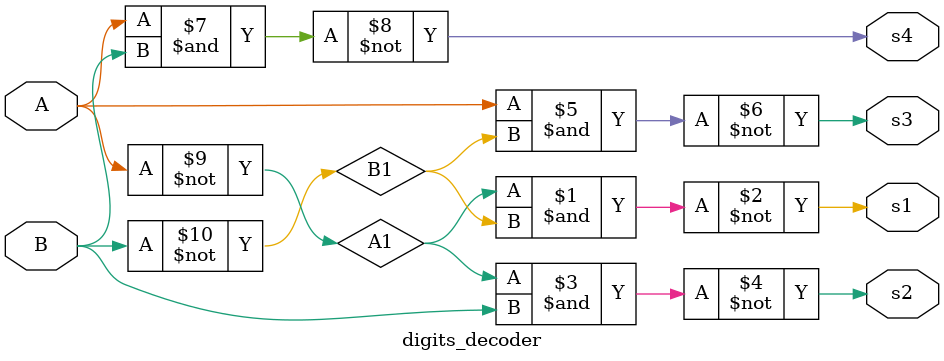
<source format=v>
module digits_decoder(
input A,B,
output s1,s2,s3,s4 
);
not not1(A1,A);
not not2(B1,B);
nand and1(s1,A1,B1);
nand and2(s2,A1,B);
nand and3(s3,A,B1);
nand and4(s4,A,B);
endmodule 
</source>
